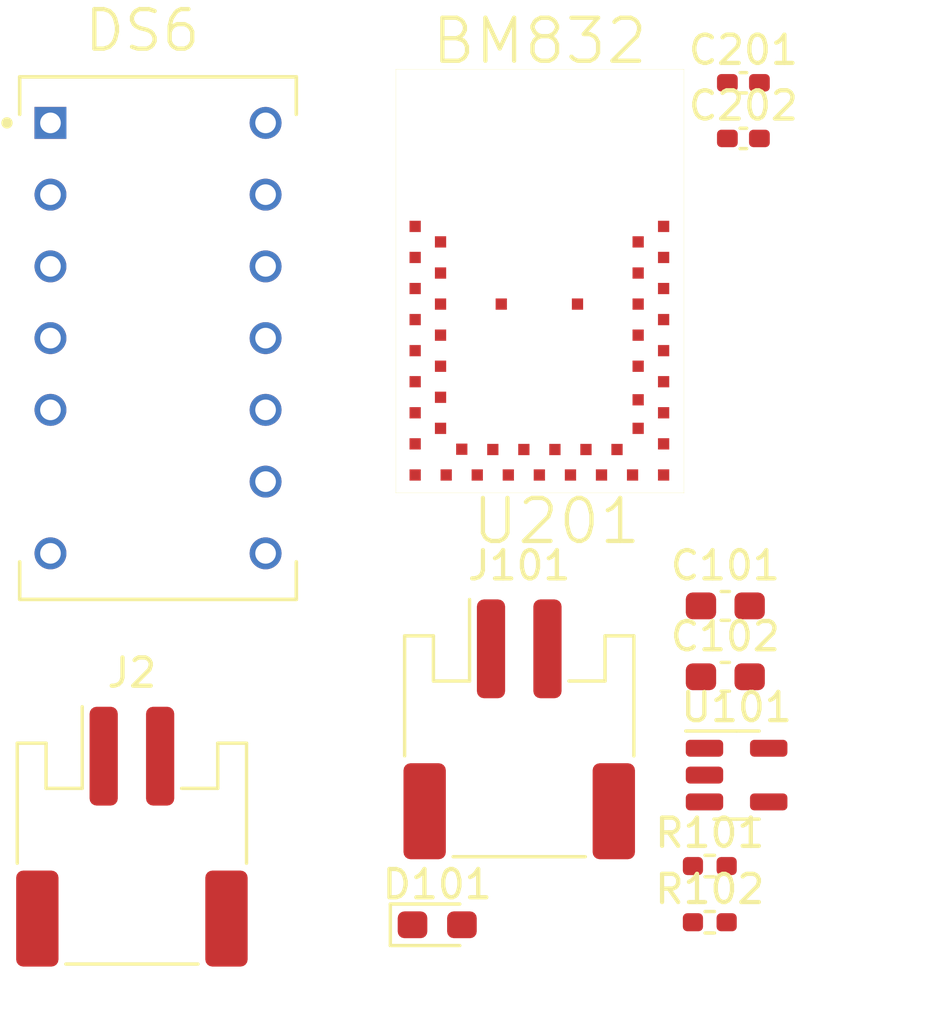
<source format=kicad_pcb>
(kicad_pcb (version 20221018) (generator pcbnew)
  (layers (0 "F.Cu" signal) (31 "B.Cu" signal) (34 "B.Paste" user) (35 "F.Paste" user) (36 "B.SilkS" user "B.Silkscreen") (37 "F.SilkS" user "F.Silkscreen") (38 "B.Mask" user) (39 "F.Mask" user) (44 "Edge.Cuts" user))
  (net 0 "")
  (net 1 "GND")
  (net 2 "+BATT")
  (net 3 "+5V")
  (net 8 "Net-(D101-K)")
  (net 24 "nBatteryCharging")
  (net 25 "Net-(U101-PROG)")
  (footprint "Capacitor_SMD:C_0402_1005Metric_Pad0.74x0.62mm_HandSolder" (layer "F.Cu") (at 158.0725 89.09)
    (fp_text reference "C202" (at 0 -1.16) (layer "F.SilkS"))
    (fp_text value "12p")
    (fp_line (start -0.115835 -0.36) (end 0.115835 -0.36) (stroke (width 0.12)) (layer "F.SilkS"))
    (fp_line (start -0.115835 0.36) (end 0.115835 0.36) (stroke (width 0.12)) (layer "F.SilkS"))
    (pad "1" smd roundrect (at -0.5675 0) (size 0.735 0.62) (layers "F.Cu" "F.Paste" "F.Mask"))
    (pad "2" smd roundrect (at 0.5675 0) (size 0.735 0.62) (layers "F.Cu" "F.Paste" "F.Mask"))
  )
  (footprint "Package_TO_SOT_SMD:SOT-23-5" (layer "F.Cu") (at 157.8325 111.63)
    (fp_text reference "U101" (at 0 -2.4) (layer "F.SilkS"))
    (fp_text value "MCP73831-2-OT")
    (fp_line (start 0 -1.56) (end -1.8 -1.56) (stroke (width 0.12)) (layer "F.SilkS"))
    (fp_line (start 0 -1.56) (end 0.8 -1.56) (stroke (width 0.12)) (layer "F.SilkS"))
    (fp_line (start 0 1.56) (end -0.8 1.56) (stroke (width 0.12)) (layer "F.SilkS"))
    (fp_line (start 0 1.56) (end 0.8 1.56) (stroke (width 0.12)) (layer "F.SilkS"))
    (pad "1" smd roundrect (at -1.1375 -0.95) (size 1.325 0.6) (layers "F.Cu" "F.Paste" "F.Mask") (net 24 "nBatteryCharging"))
    (pad "2" smd roundrect (at -1.1375 0) (size 1.325 0.6) (layers "F.Cu" "F.Paste" "F.Mask") (net 1 "GND"))
    (pad "3" smd roundrect (at -1.1375 0.95) (size 1.325 0.6) (layers "F.Cu" "F.Paste" "F.Mask") (net 2 "+BATT"))
    (pad "4" smd roundrect (at 1.1375 0.95) (size 1.325 0.6) (layers "F.Cu" "F.Paste" "F.Mask") (net 3 "+5V"))
    (pad "5" smd roundrect (at 1.1375 -0.95) (size 1.325 0.6) (layers "F.Cu" "F.Paste" "F.Mask") (net 25 "Net-(U101-PROG)"))
  )
  (footprint "Capacitor_SMD:C_0603_1608Metric_Pad1.08x0.95mm_HandSolder" (layer "F.Cu") (at 157.4325 105.64)
    (fp_text reference "C101" (at 0 -1.43) (layer "F.SilkS"))
    (fp_text value "10u")
    (fp_line (start -0.146267 -0.51) (end 0.146267 -0.51) (stroke (width 0.12)) (layer "F.SilkS"))
    (fp_line (start -0.146267 0.51) (end 0.146267 0.51) (stroke (width 0.12)) (layer "F.SilkS"))
    (pad "1" smd roundrect (at -0.8625 0) (size 1.075 0.95) (layers "F.Cu" "F.Paste" "F.Mask") (net 1 "GND"))
    (pad "2" smd roundrect (at 0.8625 0) (size 1.075 0.95) (layers "F.Cu" "F.Paste" "F.Mask") (net 2 "+BATT"))
  )
  (footprint "LPLEDSW:DIP762W50P254L1875H400Q13" (layer "F.Cu") (at 137.3375 96.16)
    (fp_text reference "DS6" (at -0.555 -10.889) (layer "F.SilkS") (effects (font (size 1.4 1.4))))
    (fp_text value "LTP-305G")
    (fp_line (start -4.9 -9.25) (end -4.9 -7.92) (stroke (width 0.127)) (layer "F.SilkS"))
    (fp_line (start -4.9 7.92) (end -4.9 9.25) (stroke (width 0.127)) (layer "F.SilkS"))
    (fp_line (start -4.9 9.25) (end 4.9 9.25) (stroke (width 0.127)) (layer "F.SilkS"))
    (fp_line (start 4.9 -9.25) (end -4.9 -9.25) (stroke (width 0.127)) (layer "F.SilkS"))
    (fp_line (start 4.9 -7.92) (end 4.9 -9.25) (stroke (width 0.127)) (layer "F.SilkS"))
    (fp_line (start 4.9 9.25) (end 4.9 7.92) (stroke (width 0.127)) (layer "F.SilkS"))
    (fp_circle (center -5.35 -7.62) (end -5.25 -7.62) (stroke (width 0.2)) (fill none) (layer "F.SilkS"))
    (pad "1" thru_hole rect (at -3.81 -7.62) (size 1.13 1.13) (drill 0.73) (layers "*.Cu" "*.Mask"))
    (pad "2" thru_hole circle (at -3.81 -5.08) (size 1.13 1.13) (drill 0.73) (layers "*.Cu" "*.Mask"))
    (pad "3" thru_hole circle (at -3.81 -2.54) (size 1.13 1.13) (drill 0.73) (layers "*.Cu" "*.Mask"))
    (pad "4" thru_hole circle (at -3.81 0) (size 1.13 1.13) (drill 0.73) (layers "*.Cu" "*.Mask"))
    (pad "5" thru_hole circle (at -3.81 2.54) (size 1.13 1.13) (drill 0.73) (layers "*.Cu" "*.Mask"))
    (pad "7" thru_hole circle (at -3.81 7.62) (size 1.13 1.13) (drill 0.73) (layers "*.Cu" "*.Mask"))
    (pad "8" thru_hole circle (at 3.81 7.62) (size 1.13 1.13) (drill 0.73) (layers "*.Cu" "*.Mask"))
    (pad "9" thru_hole circle (at 3.81 5.08) (size 1.13 1.13) (drill 0.73) (layers "*.Cu" "*.Mask"))
    (pad "10" thru_hole circle (at 3.81 2.54) (size 1.13 1.13) (drill 0.73) (layers "*.Cu" "*.Mask"))
    (pad "11" thru_hole circle (at 3.81 0) (size 1.13 1.13) (drill 0.73) (layers "*.Cu" "*.Mask"))
    (pad "12" thru_hole circle (at 3.81 -2.54) (size 1.13 1.13) (drill 0.73) (layers "*.Cu" "*.Mask"))
    (pad "13" thru_hole circle (at 3.81 -5.08) (size 1.13 1.13) (drill 0.73) (layers "*.Cu" "*.Mask"))
    (pad "14" thru_hole circle (at 3.81 -7.62) (size 1.13 1.13) (drill 0.73) (layers "*.Cu" "*.Mask"))
  )
  (footprint "Fanstel_modules:BM832-1-BM832" (layer "F.Cu") (at 145.7575 101.64259)
    (fp_text reference "U201" (at 5.7 1) (layer "F.SilkS") (effects (font (size 1.524 1.524))))
    (fp_text value "BM832" (at 5.1 -16) (layer "F.SilkS") (effects (font (size 1.524 1.524))))
    (fp_line (start 0.00762 -15.00124) (end 10.20318 -15.00124) (stroke (width 0.00762)) (layer "F.SilkS"))
    (fp_line (start 0.00762 -14.9987) (end 0.00762 -15.00124) (stroke (width 0.00762)) (layer "F.SilkS"))
    (fp_line (start 0.00762 -0.00508) (end 0.00762 -14.9987) (stroke (width 0.00762)) (layer "F.SilkS"))
    (fp_line (start 0.00762 -0.00254) (end 0.00762 -0.00508) (stroke (width 0.00762)) (layer "F.SilkS"))
    (fp_line (start 10.20318 -15.00124) (end 10.20572 -15.00124) (stroke (width 0.00762)) (layer "F.SilkS"))
    (fp_line (start 10.20572 -15.00124) (end 10.20572 -0.00508) (stroke (width 0.00762)) (layer "F.SilkS"))
    (fp_line (start 10.20572 -0.00508) (end 10.20572 -0.00254) (stroke (width 0.00762)) (layer "F.SilkS"))
    (fp_line (start 10.20572 -0.00254) (end 0.00762 -0.00254) (stroke (width 0.00762)) (layer "F.SilkS"))
    (fp_arc (start 0.00508 -15.00124) (mid 0.005824 -15.003036) (end 0.00762 -15.00378) (stroke (width 0.00762)) (layer "F.SilkS"))
    (fp_arc (start 0.00762 -15.00378) (mid 0.009416 -15.003036) (end 0.01016 -15.00124) (stroke (width 0.00762)) (layer "F.SilkS"))
    (fp_arc (start 0.00762 -14.9987) (mid 0.00508 -15.00124) (end 0.00762 -15.00378) (stroke (width 0.00762)) (layer "F.SilkS"))
    (fp_arc (start 0.00762 0) (mid 0.005824 -0.000744) (end 0.00508 -0.00254) (stroke (width 0.00762)) (layer "F.SilkS"))
    (fp_arc (start 0.00762 0) (mid 0.00508 -0.00254) (end 0.00762 -0.00508) (stroke (width 0.00762)) (layer "F.SilkS"))
    (fp_arc (start 0.01016 -0.00254) (mid 0.009416 -0.000744) (end 0.00762 0) (stroke (width 0.00762)) (layer "F.SilkS"))
    (fp_arc (start 10.20318 -15.00124) (mid 10.20572 -15.00378) (end 10.20826 -15.00124) (stroke (width 0.00762)) (layer "F.SilkS"))
    (fp_arc (start 10.20572 -15.00378) (mid 10.207516 -15.003036) (end 10.20826 -15.00124) (stroke (width 0.00762)) (layer "F.SilkS"))
    (fp_arc (start 10.20572 -0.00508) (mid 10.20826 -0.00254) (end 10.20572 0) (stroke (width 0.00762)) (layer "F.SilkS"))
    (fp_arc (start 10.20572 0) (mid 10.203924 -0.000744) (end 10.20318 -0.00254) (stroke (width 0.00762)) (layer "F.SilkS"))
    (fp_arc (start 10.20826 -15.00124) (mid 10.207516 -14.999444) (end 10.20572 -14.9987) (stroke (width 0.00762)) (layer "F.SilkS"))
    (fp_arc (start 10.20826 -0.00254) (mid 10.207516 -0.000744) (end 10.20572 0) (stroke (width 0.00762)) (layer "F.SilkS"))
    (pad "P$1" smd rect (at 0.68834 -9.43864 180) (size 0.39878 0.39878) (layers "F.Cu" "F.Paste" "F.Mask"))
    (pad "P$2" smd rect (at 1.5875 -8.89 90) (size 0.39878 0.39878) (layers "F.Cu" "F.Paste" "F.Mask"))
    (pad "P$3" smd rect (at 0.68834 -8.33882 90) (size 0.39878 0.39878) (layers "F.Cu" "F.Paste" "F.Mask"))
    (pad "P$4" smd rect (at 1.5875 -7.78764 90) (size 0.39878 0.39878) (layers "F.Cu" "F.Paste" "F.Mask"))
    (pad "P$5" smd rect (at 0.68834 -7.239 90) (size 0.39878 0.39878) (layers "F.Cu" "F.Paste" "F.Mask"))
    (pad "P$6" smd rect (at 1.5875 -6.68782 90) (size 0.39878 0.39878) (layers "F.Cu" "F.Paste" "F.Mask"))
    (pad "P$7" smd rect (at 0.68834 -6.13918 90) (size 0.39878 0.39878) (layers "F.Cu" "F.Paste" "F.Mask"))
    (pad "P$8" smd rect (at 1.5875 -5.588 180) (size 0.39878 0.39878) (layers "F.Cu" "F.Paste" "F.Mask"))
    (pad "P$9" smd rect (at 0.68834 -5.03936 90) (size 0.39878 0.39878) (layers "F.Cu" "F.Paste" "F.Mask"))
    (pad "P$10" smd rect (at 1.5875 -4.48818 90) (size 0.39878 0.39878) (layers "F.Cu" "F.Paste" "F.Mask"))
    (pad "P$11" smd rect (at 0.68834 -3.93954 90) (size 0.39878 0.39878) (layers "F.Cu" "F.Paste" "F.Mask"))
    (pad "P$12" smd rect (at 1.5875 -3.38836 90) (size 0.39878 0.39878) (layers "F.Cu" "F.Paste" "F.Mask"))
    (pad "P$13" smd rect (at 0.68834 -2.83972 90) (size 0.39878 0.39878) (layers "F.Cu" "F.Paste" "F.Mask"))
    (pad "P$14" smd rect (at 1.5875 -2.28854 90) (size 0.39878 0.39878) (layers "F.Cu" "F.Paste" "F.Mask"))
    (pad "P$15" smd rect (at 0.68834 -1.7399 90) (size 0.39878 0.39878) (layers "F.Cu" "F.Paste" "F.Mask"))
    (pad "P$16" smd rect (at 0.68834 -0.63754 90) (size 0.39878 0.39878) (layers "F.Cu" "F.Paste" "F.Mask"))
    (pad "P$17" smd rect (at 1.78816 -0.63754 90) (size 0.39878 0.39878) (layers "F.Cu" "F.Paste" "F.Mask"))
    (pad "P$18" smd rect (at 2.33934 -1.5494 180) (size 0.39878 0.39878) (layers "F.Cu" "F.Paste" "F.Mask"))
    (pad "P$19" smd rect (at 2.88798 -0.63754 90) (size 0.39878 0.39878) (layers "F.Cu" "F.Paste" "F.Mask"))
    (pad "P$20" smd rect (at 3.43916 -1.53924 90) (size 0.39878 0.39878) (layers "F.Cu" "F.Paste" "F.Mask"))
    (pad "P$21" smd rect (at 3.9878 -0.63754 90) (size 0.39878 0.39878) (layers "F.Cu" "F.Paste" "F.Mask"))
    (pad "P$22" smd rect (at 4.53898 -1.53924 90) (size 0.39878 0.39878) (layers "F.Cu" "F.Paste" "F.Mask"))
    (pad "P$23" smd rect (at 5.08762 -0.63754 180) (size 0.39878 0.39878) (layers "F.Cu" "F.Paste" "F.Mask"))
    (pad "P$24" smd rect (at 5.6388 -1.53924 90) (size 0.39878 0.39878) (layers "F.Cu" "F.Paste" "F.Mask"))
    (pad "P$25" smd rect (at 6.18998 -0.63754 90) (size 0.39878 0.39878) (layers "F.Cu" "F.Paste" "F.Mask"))
    (pad "P$26" smd rect (at 6.73862 -1.53924 90) (size 0.39878 0.39878) (layers "F.Cu" "F.Paste" "F.Mask"))
    (pad "P$27" smd rect (at 7.2898 -0.63754 90) (size 0.39878 0.39878) (layers "F.Cu" "F.Paste" "F.Mask"))
    (pad "P$28" smd rect (at 7.83844 -1.53924 90) (size 0.39878 0.39878) (layers "F.Cu" "F.Paste" "F.Mask"))
    (pad "P$29" smd rect (at 8.38962 -0.63754 90) (size 0.39878 0.39878) (layers "F.Cu" "F.Paste" "F.Mask"))
    (pad "P$30" smd rect (at 9.48944 -0.63754 180) (size 0.39878 0.39878) (layers "F.Cu" "F.Paste" "F.Mask"))
    (pad "P$31" smd rect (at 9.48944 -1.7399 90) (size 0.39878 0.39878) (layers "F.Cu" "F.Paste" "F.Mask"))
    (pad "P$32" smd rect (at 8.58774 -2.28854 90) (size 0.39878 0.39878) (layers "F.Cu" "F.Paste" "F.Mask"))
    (pad "P$33" smd rect (at 9.48944 -2.83972 90) (size 0.39878 0.39878) (layers "F.Cu" "F.Paste" "F.Mask"))
    (pad "P$34" smd rect (at 8.58774 -3.29946 90) (size 0.39878 0.39878) (layers "F.Cu" "F.Paste" "F.Mask"))
    (pad "P$35" smd rect (at 9.48944 -3.93954 90) (size 0.39878 0.39878) (layers "F.Cu" "F.Paste" "F.Mask"))
    (pad "P$36" smd rect (at 8.58774 -4.48818 90) (size 0.39878 0.39878) (layers "F.Cu" "F.Paste" "F.Mask"))
    (pad "P$37" smd rect (at 9.48944 -5.03936 90) (size 0.39878 0.39878) (layers "F.Cu" "F.Paste" "F.Mask"))
    (pad "P$38" smd rect (at 8.58774 -5.588 90) (size 0.39878 0.39878) (layers "F.Cu" "F.Paste" "F.Mask"))
    (pad "P$39" smd rect (at 9.48944 -6.13918 90) (size 0.39878 0.39878) (layers "F.Cu" "F.Paste" "F.Mask"))
    (pad "P$40" smd rect (at 8.58774 -6.68782 90) (size 0.39878 0.39878) (layers "F.Cu" "F.Paste" "F.Mask"))
    (pad "P$41" smd rect (at 9.48944 -7.239 90) (size 0.39878 0.39878) (layers "F.Cu" "F.Paste" "F.Mask"))
    (pad "P$42" smd rect (at 8.58774 -7.78764 90) (size 0.39878 0.39878) (layers "F.Cu" "F.Paste" "F.Mask"))
    (pad "P$43" smd rect (at 9.48944 -8.33882 90) (size 0.39878 0.39878) (layers "F.Cu" "F.Paste" "F.Mask"))
    (pad "P$44" smd rect (at 8.58774 -8.89 90) (size 0.39878 0.39878) (layers "F.Cu" "F.Paste" "F.Mask"))
    (pad "P$45" smd rect (at 9.48944 -9.43864 90) (size 0.39878 0.39878) (layers "F.Cu" "F.Paste" "F.Mask"))
    (pad "P$46" smd rect (at 6.4389 -6.68782 90) (size 0.39878 0.39878) (layers "F.Cu" "F.Paste" "F.Mask"))
    (pad "P$47" smd rect (at 3.73888 -6.68782 90) (size 0.39878 0.39878) (layers "F.Cu" "F.Paste" "F.Mask"))
  )
  (footprint "Capacitor_SMD:C_0402_1005Metric_Pad0.74x0.62mm_HandSolder" (layer "F.Cu") (at 158.0725 87.12)
    (fp_text reference "C201" (at 0 -1.16) (layer "F.SilkS"))
    (fp_text value "12p")
    (fp_line (start -0.115835 -0.36) (end 0.115835 -0.36) (stroke (width 0.12)) (layer "F.SilkS"))
    (fp_line (start -0.115835 0.36) (end 0.115835 0.36) (stroke (width 0.12)) (layer "F.SilkS"))
    (pad "1" smd roundrect (at -0.5675 0) (size 0.735 0.62) (layers "F.Cu" "F.Paste" "F.Mask"))
    (pad "2" smd roundrect (at 0.5675 0) (size 0.735 0.62) (layers "F.Cu" "F.Paste" "F.Mask"))
  )
  (footprint "Capacitor_SMD:C_0603_1608Metric_Pad1.08x0.95mm_HandSolder" (layer "F.Cu") (at 157.4325 108.15)
    (fp_text reference "C102" (at 0 -1.43) (layer "F.SilkS"))
    (fp_text value "10u")
    (fp_line (start -0.146267 -0.51) (end 0.146267 -0.51) (stroke (width 0.12)) (layer "F.SilkS"))
    (fp_line (start -0.146267 0.51) (end 0.146267 0.51) (stroke (width 0.12)) (layer "F.SilkS"))
    (pad "1" smd roundrect (at -0.8625 0) (size 1.075 0.95) (layers "F.Cu" "F.Paste" "F.Mask") (net 1 "GND"))
    (pad "2" smd roundrect (at 0.8625 0) (size 1.075 0.95) (layers "F.Cu" "F.Paste" "F.Mask") (net 3 "+5V"))
  )
  (footprint "Resistor_SMD:R_0402_1005Metric_Pad0.72x0.64mm_HandSolder" (layer "F.Cu") (at 156.8825 116.84)
    (fp_text reference "R102" (at 0 -1.17) (layer "F.SilkS"))
    (fp_text value "5k1")
    (fp_line (start -0.167621 -0.38) (end 0.167621 -0.38) (stroke (width 0.12)) (layer "F.SilkS"))
    (fp_line (start -0.167621 0.38) (end 0.167621 0.38) (stroke (width 0.12)) (layer "F.SilkS"))
    (pad "1" smd roundrect (at -0.5975 0) (size 0.715 0.64) (layers "F.Cu" "F.Paste" "F.Mask") (net 25 "Net-(U101-PROG)"))
    (pad "2" smd roundrect (at 0.5975 0) (size 0.715 0.64) (layers "F.Cu" "F.Paste" "F.Mask") (net 1 "GND"))
  )
  (footprint "Connector_JST:JST_PH_S2B-PH-SM4-TB_1x02-1MP_P2.00mm_Horizontal" (layer "F.Cu") (at 150.1325 110.01)
    (fp_text reference "J101" (at 0 -5.8) (layer "F.SilkS"))
    (fp_text value "Battery")
    (fp_line (start -4.06 -3.31) (end -3.04 -3.31) (stroke (width 0.12)) (layer "F.SilkS"))
    (fp_line (start -4.06 0.94) (end -4.06 -3.31) (stroke (width 0.12)) (layer "F.SilkS"))
    (fp_line (start -3.04 -3.31) (end -3.04 -1.71) (stroke (width 0.12)) (layer "F.SilkS"))
    (fp_line (start -3.04 -1.71) (end -1.76 -1.71) (stroke (width 0.12)) (layer "F.SilkS"))
    (fp_line (start -2.34 4.51) (end 2.34 4.51) (stroke (width 0.12)) (layer "F.SilkS"))
    (fp_line (start -1.76 -1.71) (end -1.76 -4.6) (stroke (width 0.12)) (layer "F.SilkS"))
    (fp_line (start 3.04 -3.31) (end 3.04 -1.71) (stroke (width 0.12)) (layer "F.SilkS"))
    (fp_line (start 3.04 -1.71) (end 1.76 -1.71) (stroke (width 0.12)) (layer "F.SilkS"))
    (fp_line (start 4.06 -3.31) (end 3.04 -3.31) (stroke (width 0.12)) (layer "F.SilkS"))
    (fp_line (start 4.06 0.94) (end 4.06 -3.31) (stroke (width 0.12)) (layer "F.SilkS"))
    (pad "1" smd roundrect (at -1 -2.85) (size 1 3.5) (layers "F.Cu" "F.Paste" "F.Mask") (net 2 "+BATT"))
    (pad "2" smd roundrect (at 1 -2.85) (size 1 3.5) (layers "F.Cu" "F.Paste" "F.Mask") (net 1 "GND"))
    (pad "MP" smd roundrect (at -3.35 2.9) (size 1.5 3.4) (layers "F.Cu" "F.Paste" "F.Mask") (roundrect_rratio 0.166667))
    (pad "MP" smd roundrect (at 3.35 2.9) (size 1.5 3.4) (layers "F.Cu" "F.Paste" "F.Mask") (roundrect_rratio 0.166667))
  )
  (footprint "LED_SMD:LED_0603_1608Metric_Pad1.05x0.95mm_HandSolder" (layer "F.Cu") (at 147.2275 116.93)
    (fp_text reference "D101" (at 0 -1.43) (layer "F.SilkS"))
    (fp_text value "Yellow")
    (fp_line (start -1.66 -0.735) (end -1.66 0.735) (stroke (width 0.12)) (layer "F.SilkS"))
    (fp_line (start -1.66 0.735) (end 0.8 0.735) (stroke (width 0.12)) (layer "F.SilkS"))
    (fp_line (start 0.8 -0.735) (end -1.66 -0.735) (stroke (width 0.12)) (layer "F.SilkS"))
    (pad "1" smd roundrect (at -0.875 0) (size 1.05 0.95) (layers "F.Cu" "F.Paste" "F.Mask") (net 8 "Net-(D101-K)"))
    (pad "2" smd roundrect (at 0.875 0) (size 1.05 0.95) (layers "F.Cu" "F.Paste" "F.Mask") (net 3 "+5V"))
  )
  (footprint "Resistor_SMD:R_0402_1005Metric_Pad0.72x0.64mm_HandSolder" (layer "F.Cu") (at 156.8825 114.85)
    (fp_text reference "R101" (at 0 -1.17) (layer "F.SilkS"))
    (fp_text value "470")
    (fp_line (start -0.167621 -0.38) (end 0.167621 -0.38) (stroke (width 0.12)) (layer "F.SilkS"))
    (fp_line (start -0.167621 0.38) (end 0.167621 0.38) (stroke (width 0.12)) (layer "F.SilkS"))
    (pad "1" smd roundrect (at -0.5975 0) (size 0.715 0.64) (layers "F.Cu" "F.Paste" "F.Mask") (net 8 "Net-(D101-K)"))
    (pad "2" smd roundrect (at 0.5975 0) (size 0.715 0.64) (layers "F.Cu" "F.Paste" "F.Mask") (net 24 "nBatteryCharging"))
  )
  (footprint "Connector_JST:JST_PH_S2B-PH-SM4-TB_1x02-1MP_P2.00mm_Horizontal" (layer "F.Cu") (at 136.4125 113.81)
    (fp_text reference "J2" (at 0 -5.8) (layer "F.SilkS"))
    (fp_text value "Conn_01x02")
    (fp_line (start -4.06 -3.31) (end -3.04 -3.31) (stroke (width 0.12)) (layer "F.SilkS"))
    (fp_line (start -4.06 0.94) (end -4.06 -3.31) (stroke (width 0.12)) (layer "F.SilkS"))
    (fp_line (start -3.04 -3.31) (end -3.04 -1.71) (stroke (width 0.12)) (layer "F.SilkS"))
    (fp_line (start -3.04 -1.71) (end -1.76 -1.71) (stroke (width 0.12)) (layer "F.SilkS"))
    (fp_line (start -2.34 4.51) (end 2.34 4.51) (stroke (width 0.12)) (layer "F.SilkS"))
    (fp_line (start -1.76 -1.71) (end -1.76 -4.6) (stroke (width 0.12)) (layer "F.SilkS"))
    (fp_line (start 3.04 -3.31) (end 3.04 -1.71) (stroke (width 0.12)) (layer "F.SilkS"))
    (fp_line (start 3.04 -1.71) (end 1.76 -1.71) (stroke (width 0.12)) (layer "F.SilkS"))
    (fp_line (start 4.06 -3.31) (end 3.04 -3.31) (stroke (width 0.12)) (layer "F.SilkS"))
    (fp_line (start 4.06 0.94) (end 4.06 -3.31) (stroke (width 0.12)) (layer "F.SilkS"))
    (pad "1" smd roundrect (at -1 -2.85) (size 1 3.5) (layers "F.Cu" "F.Paste" "F.Mask"))
    (pad "2" smd roundrect (at 1 -2.85) (size 1 3.5) (layers "F.Cu" "F.Paste" "F.Mask"))
    (pad "MP" smd roundrect (at -3.35 2.9) (size 1.5 3.4) (layers "F.Cu" "F.Paste" "F.Mask") (roundrect_rratio 0.166667))
    (pad "MP" smd roundrect (at 3.35 2.9) (size 1.5 3.4) (layers "F.Cu" "F.Paste" "F.Mask") (roundrect_rratio 0.166667))
  )
)
</source>
